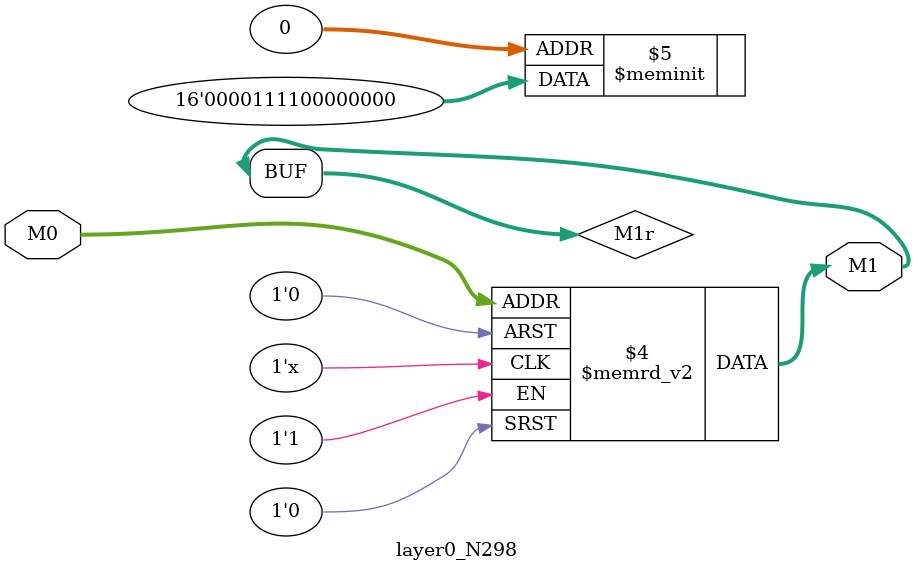
<source format=v>
module layer0_N298 ( input [2:0] M0, output [1:0] M1 );

	(*rom_style = "distributed" *) reg [1:0] M1r;
	assign M1 = M1r;
	always @ (M0) begin
		case (M0)
			3'b000: M1r = 2'b00;
			3'b100: M1r = 2'b11;
			3'b010: M1r = 2'b00;
			3'b110: M1r = 2'b00;
			3'b001: M1r = 2'b00;
			3'b101: M1r = 2'b11;
			3'b011: M1r = 2'b00;
			3'b111: M1r = 2'b00;

		endcase
	end
endmodule

</source>
